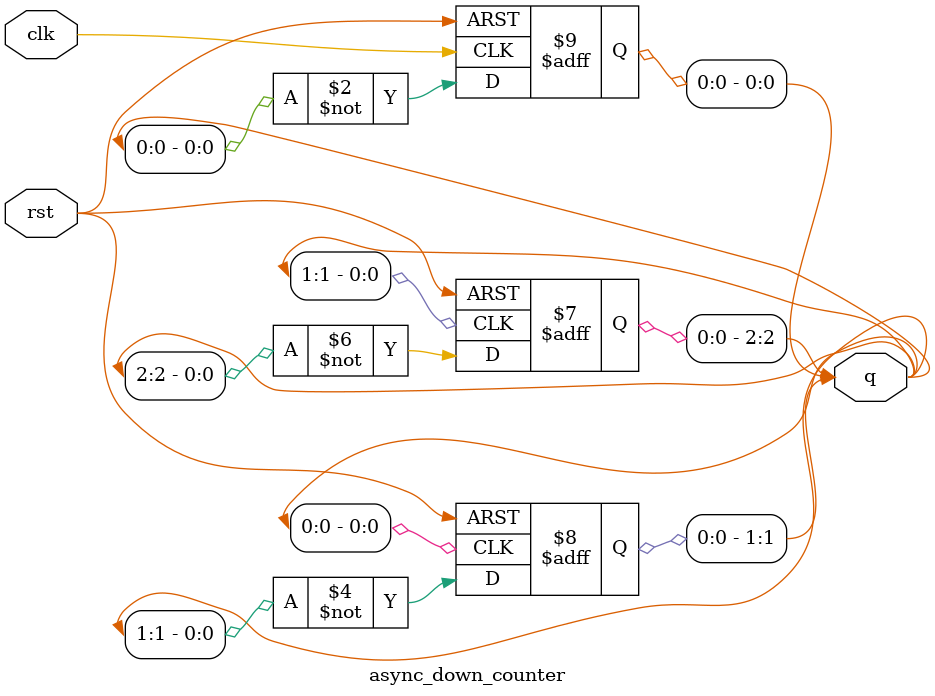
<source format=v>
module async_down_counter (
    input wire clk,        
    input wire rst,      
    output reg [2:0] q   
);

always @(posedge clk or posedge rst) begin
    if (rst)
      q[0] <= 1'b0; 
    else
        q[0] <= ~q[0];
end

  always @(negedge q[0] or posedge rst) begin
    if (rst)
      q[1] <= 1'b0;
    else
        q[1] <= ~q[1];
end

  always @(negedge q[1] or posedge rst) begin
    if (rst)
      q[2] <= 1'b0;
    else
        q[2] <= ~q[2];
end

endmodule

</source>
